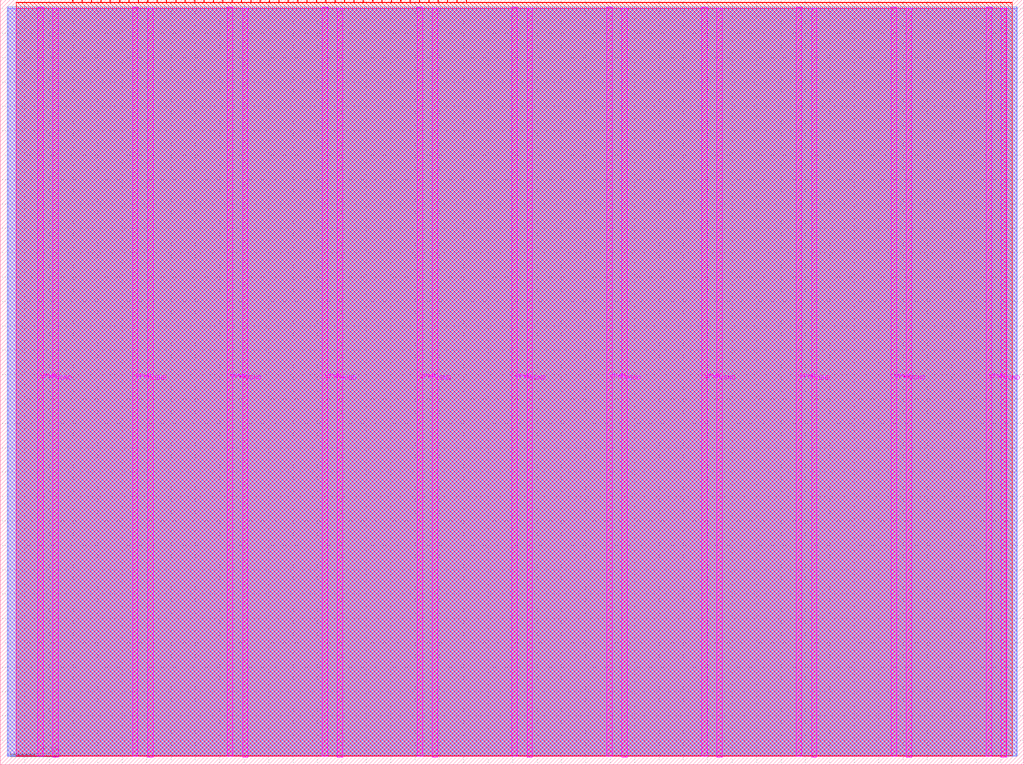
<source format=lef>
VERSION 5.7 ;
  NOWIREEXTENSIONATPIN ON ;
  DIVIDERCHAR "/" ;
  BUSBITCHARS "[]" ;
MACRO tt_um_herald
  CLASS BLOCK ;
  FOREIGN tt_um_herald ;
  ORIGIN 0.000 0.000 ;
  SIZE 419.520 BY 313.740 ;
  PIN VGND
    DIRECTION INOUT ;
    USE GROUND ;
    PORT
      LAYER TopMetal1 ;
        RECT 21.580 3.150 23.780 310.180 ;
    END
    PORT
      LAYER TopMetal1 ;
        RECT 60.450 3.150 62.650 310.180 ;
    END
    PORT
      LAYER TopMetal1 ;
        RECT 99.320 3.150 101.520 310.180 ;
    END
    PORT
      LAYER TopMetal1 ;
        RECT 138.190 3.150 140.390 310.180 ;
    END
    PORT
      LAYER TopMetal1 ;
        RECT 177.060 3.150 179.260 310.180 ;
    END
    PORT
      LAYER TopMetal1 ;
        RECT 215.930 3.150 218.130 310.180 ;
    END
    PORT
      LAYER TopMetal1 ;
        RECT 254.800 3.150 257.000 310.180 ;
    END
    PORT
      LAYER TopMetal1 ;
        RECT 293.670 3.150 295.870 310.180 ;
    END
    PORT
      LAYER TopMetal1 ;
        RECT 332.540 3.150 334.740 310.180 ;
    END
    PORT
      LAYER TopMetal1 ;
        RECT 371.410 3.150 373.610 310.180 ;
    END
    PORT
      LAYER TopMetal1 ;
        RECT 410.280 3.150 412.480 310.180 ;
    END
  END VGND
  PIN VPWR
    DIRECTION INOUT ;
    USE POWER ;
    PORT
      LAYER TopMetal1 ;
        RECT 15.380 3.560 17.580 310.590 ;
    END
    PORT
      LAYER TopMetal1 ;
        RECT 54.250 3.560 56.450 310.590 ;
    END
    PORT
      LAYER TopMetal1 ;
        RECT 93.120 3.560 95.320 310.590 ;
    END
    PORT
      LAYER TopMetal1 ;
        RECT 131.990 3.560 134.190 310.590 ;
    END
    PORT
      LAYER TopMetal1 ;
        RECT 170.860 3.560 173.060 310.590 ;
    END
    PORT
      LAYER TopMetal1 ;
        RECT 209.730 3.560 211.930 310.590 ;
    END
    PORT
      LAYER TopMetal1 ;
        RECT 248.600 3.560 250.800 310.590 ;
    END
    PORT
      LAYER TopMetal1 ;
        RECT 287.470 3.560 289.670 310.590 ;
    END
    PORT
      LAYER TopMetal1 ;
        RECT 326.340 3.560 328.540 310.590 ;
    END
    PORT
      LAYER TopMetal1 ;
        RECT 365.210 3.560 367.410 310.590 ;
    END
    PORT
      LAYER TopMetal1 ;
        RECT 404.080 3.560 406.280 310.590 ;
    END
  END VPWR
  PIN clk
    DIRECTION INPUT ;
    USE SIGNAL ;
    ANTENNAGATEAREA 0.725400 ;
    PORT
      LAYER Metal4 ;
        RECT 187.050 312.740 187.350 313.740 ;
    END
  END clk
  PIN ena
    DIRECTION INPUT ;
    USE SIGNAL ;
    PORT
      LAYER Metal4 ;
        RECT 190.890 312.740 191.190 313.740 ;
    END
  END ena
  PIN rst_n
    DIRECTION INPUT ;
    USE SIGNAL ;
    ANTENNAGATEAREA 2.176200 ;
    PORT
      LAYER Metal4 ;
        RECT 183.210 312.740 183.510 313.740 ;
    END
  END rst_n
  PIN ui_in[0]
    DIRECTION INPUT ;
    USE SIGNAL ;
    ANTENNAGATEAREA 0.213200 ;
    PORT
      LAYER Metal4 ;
        RECT 179.370 312.740 179.670 313.740 ;
    END
  END ui_in[0]
  PIN ui_in[1]
    DIRECTION INPUT ;
    USE SIGNAL ;
    ANTENNAGATEAREA 0.213200 ;
    PORT
      LAYER Metal4 ;
        RECT 175.530 312.740 175.830 313.740 ;
    END
  END ui_in[1]
  PIN ui_in[2]
    DIRECTION INPUT ;
    USE SIGNAL ;
    ANTENNAGATEAREA 0.213200 ;
    PORT
      LAYER Metal4 ;
        RECT 171.690 312.740 171.990 313.740 ;
    END
  END ui_in[2]
  PIN ui_in[3]
    DIRECTION INPUT ;
    USE SIGNAL ;
    ANTENNAGATEAREA 0.213200 ;
    PORT
      LAYER Metal4 ;
        RECT 167.850 312.740 168.150 313.740 ;
    END
  END ui_in[3]
  PIN ui_in[4]
    DIRECTION INPUT ;
    USE SIGNAL ;
    ANTENNAGATEAREA 0.213200 ;
    PORT
      LAYER Metal4 ;
        RECT 164.010 312.740 164.310 313.740 ;
    END
  END ui_in[4]
  PIN ui_in[5]
    DIRECTION INPUT ;
    USE SIGNAL ;
    ANTENNAGATEAREA 0.213200 ;
    PORT
      LAYER Metal4 ;
        RECT 160.170 312.740 160.470 313.740 ;
    END
  END ui_in[5]
  PIN ui_in[6]
    DIRECTION INPUT ;
    USE SIGNAL ;
    ANTENNAGATEAREA 0.213200 ;
    PORT
      LAYER Metal4 ;
        RECT 156.330 312.740 156.630 313.740 ;
    END
  END ui_in[6]
  PIN ui_in[7]
    DIRECTION INPUT ;
    USE SIGNAL ;
    ANTENNAGATEAREA 0.213200 ;
    PORT
      LAYER Metal4 ;
        RECT 152.490 312.740 152.790 313.740 ;
    END
  END ui_in[7]
  PIN uio_in[0]
    DIRECTION INPUT ;
    USE SIGNAL ;
    ANTENNAGATEAREA 0.180700 ;
    PORT
      LAYER Metal4 ;
        RECT 148.650 312.740 148.950 313.740 ;
    END
  END uio_in[0]
  PIN uio_in[1]
    DIRECTION INPUT ;
    USE SIGNAL ;
    ANTENNAGATEAREA 0.180700 ;
    PORT
      LAYER Metal4 ;
        RECT 144.810 312.740 145.110 313.740 ;
    END
  END uio_in[1]
  PIN uio_in[2]
    DIRECTION INPUT ;
    USE SIGNAL ;
    PORT
      LAYER Metal4 ;
        RECT 140.970 312.740 141.270 313.740 ;
    END
  END uio_in[2]
  PIN uio_in[3]
    DIRECTION INPUT ;
    USE SIGNAL ;
    PORT
      LAYER Metal4 ;
        RECT 137.130 312.740 137.430 313.740 ;
    END
  END uio_in[3]
  PIN uio_in[4]
    DIRECTION INPUT ;
    USE SIGNAL ;
    PORT
      LAYER Metal4 ;
        RECT 133.290 312.740 133.590 313.740 ;
    END
  END uio_in[4]
  PIN uio_in[5]
    DIRECTION INPUT ;
    USE SIGNAL ;
    PORT
      LAYER Metal4 ;
        RECT 129.450 312.740 129.750 313.740 ;
    END
  END uio_in[5]
  PIN uio_in[6]
    DIRECTION INPUT ;
    USE SIGNAL ;
    PORT
      LAYER Metal4 ;
        RECT 125.610 312.740 125.910 313.740 ;
    END
  END uio_in[6]
  PIN uio_in[7]
    DIRECTION INPUT ;
    USE SIGNAL ;
    PORT
      LAYER Metal4 ;
        RECT 121.770 312.740 122.070 313.740 ;
    END
  END uio_in[7]
  PIN uio_oe[0]
    DIRECTION OUTPUT ;
    USE SIGNAL ;
    ANTENNADIFFAREA 0.299200 ;
    PORT
      LAYER Metal4 ;
        RECT 56.490 312.740 56.790 313.740 ;
    END
  END uio_oe[0]
  PIN uio_oe[1]
    DIRECTION OUTPUT ;
    USE SIGNAL ;
    ANTENNADIFFAREA 0.299200 ;
    PORT
      LAYER Metal4 ;
        RECT 52.650 312.740 52.950 313.740 ;
    END
  END uio_oe[1]
  PIN uio_oe[2]
    DIRECTION OUTPUT ;
    USE SIGNAL ;
    ANTENNADIFFAREA 0.299200 ;
    PORT
      LAYER Metal4 ;
        RECT 48.810 312.740 49.110 313.740 ;
    END
  END uio_oe[2]
  PIN uio_oe[3]
    DIRECTION OUTPUT ;
    USE SIGNAL ;
    ANTENNADIFFAREA 0.299200 ;
    PORT
      LAYER Metal4 ;
        RECT 44.970 312.740 45.270 313.740 ;
    END
  END uio_oe[3]
  PIN uio_oe[4]
    DIRECTION OUTPUT ;
    USE SIGNAL ;
    ANTENNADIFFAREA 0.299200 ;
    PORT
      LAYER Metal4 ;
        RECT 41.130 312.740 41.430 313.740 ;
    END
  END uio_oe[4]
  PIN uio_oe[5]
    DIRECTION OUTPUT ;
    USE SIGNAL ;
    ANTENNADIFFAREA 0.299200 ;
    PORT
      LAYER Metal4 ;
        RECT 37.290 312.740 37.590 313.740 ;
    END
  END uio_oe[5]
  PIN uio_oe[6]
    DIRECTION OUTPUT ;
    USE SIGNAL ;
    ANTENNADIFFAREA 0.299200 ;
    PORT
      LAYER Metal4 ;
        RECT 33.450 312.740 33.750 313.740 ;
    END
  END uio_oe[6]
  PIN uio_oe[7]
    DIRECTION OUTPUT ;
    USE SIGNAL ;
    ANTENNADIFFAREA 0.299200 ;
    PORT
      LAYER Metal4 ;
        RECT 29.610 312.740 29.910 313.740 ;
    END
  END uio_oe[7]
  PIN uio_out[0]
    DIRECTION OUTPUT ;
    USE SIGNAL ;
    ANTENNADIFFAREA 0.299200 ;
    PORT
      LAYER Metal4 ;
        RECT 87.210 312.740 87.510 313.740 ;
    END
  END uio_out[0]
  PIN uio_out[1]
    DIRECTION OUTPUT ;
    USE SIGNAL ;
    ANTENNADIFFAREA 0.299200 ;
    PORT
      LAYER Metal4 ;
        RECT 83.370 312.740 83.670 313.740 ;
    END
  END uio_out[1]
  PIN uio_out[2]
    DIRECTION OUTPUT ;
    USE SIGNAL ;
    ANTENNADIFFAREA 0.299200 ;
    PORT
      LAYER Metal4 ;
        RECT 79.530 312.740 79.830 313.740 ;
    END
  END uio_out[2]
  PIN uio_out[3]
    DIRECTION OUTPUT ;
    USE SIGNAL ;
    ANTENNADIFFAREA 0.299200 ;
    PORT
      LAYER Metal4 ;
        RECT 75.690 312.740 75.990 313.740 ;
    END
  END uio_out[3]
  PIN uio_out[4]
    DIRECTION OUTPUT ;
    USE SIGNAL ;
    ANTENNADIFFAREA 0.299200 ;
    PORT
      LAYER Metal4 ;
        RECT 71.850 312.740 72.150 313.740 ;
    END
  END uio_out[4]
  PIN uio_out[5]
    DIRECTION OUTPUT ;
    USE SIGNAL ;
    ANTENNADIFFAREA 0.299200 ;
    PORT
      LAYER Metal4 ;
        RECT 68.010 312.740 68.310 313.740 ;
    END
  END uio_out[5]
  PIN uio_out[6]
    DIRECTION OUTPUT ;
    USE SIGNAL ;
    ANTENNADIFFAREA 0.299200 ;
    PORT
      LAYER Metal4 ;
        RECT 64.170 312.740 64.470 313.740 ;
    END
  END uio_out[6]
  PIN uio_out[7]
    DIRECTION OUTPUT ;
    USE SIGNAL ;
    ANTENNADIFFAREA 0.299200 ;
    PORT
      LAYER Metal4 ;
        RECT 60.330 312.740 60.630 313.740 ;
    END
  END uio_out[7]
  PIN uo_out[0]
    DIRECTION OUTPUT ;
    USE SIGNAL ;
    ANTENNAGATEAREA 0.109200 ;
    ANTENNADIFFAREA 0.632400 ;
    PORT
      LAYER Metal4 ;
        RECT 117.930 312.740 118.230 313.740 ;
    END
  END uo_out[0]
  PIN uo_out[1]
    DIRECTION OUTPUT ;
    USE SIGNAL ;
    ANTENNAGATEAREA 0.109200 ;
    ANTENNADIFFAREA 0.632400 ;
    PORT
      LAYER Metal4 ;
        RECT 114.090 312.740 114.390 313.740 ;
    END
  END uo_out[1]
  PIN uo_out[2]
    DIRECTION OUTPUT ;
    USE SIGNAL ;
    ANTENNAGATEAREA 0.109200 ;
    ANTENNADIFFAREA 0.632400 ;
    PORT
      LAYER Metal4 ;
        RECT 110.250 312.740 110.550 313.740 ;
    END
  END uo_out[2]
  PIN uo_out[3]
    DIRECTION OUTPUT ;
    USE SIGNAL ;
    ANTENNAGATEAREA 0.109200 ;
    ANTENNADIFFAREA 0.632400 ;
    PORT
      LAYER Metal4 ;
        RECT 106.410 312.740 106.710 313.740 ;
    END
  END uo_out[3]
  PIN uo_out[4]
    DIRECTION OUTPUT ;
    USE SIGNAL ;
    ANTENNAGATEAREA 0.109200 ;
    ANTENNADIFFAREA 0.632400 ;
    PORT
      LAYER Metal4 ;
        RECT 102.570 312.740 102.870 313.740 ;
    END
  END uo_out[4]
  PIN uo_out[5]
    DIRECTION OUTPUT ;
    USE SIGNAL ;
    ANTENNAGATEAREA 0.109200 ;
    ANTENNADIFFAREA 0.632400 ;
    PORT
      LAYER Metal4 ;
        RECT 98.730 312.740 99.030 313.740 ;
    END
  END uo_out[5]
  PIN uo_out[6]
    DIRECTION OUTPUT ;
    USE SIGNAL ;
    ANTENNAGATEAREA 0.109200 ;
    ANTENNADIFFAREA 0.632400 ;
    PORT
      LAYER Metal4 ;
        RECT 94.890 312.740 95.190 313.740 ;
    END
  END uo_out[6]
  PIN uo_out[7]
    DIRECTION OUTPUT ;
    USE SIGNAL ;
    ANTENNAGATEAREA 0.109200 ;
    ANTENNADIFFAREA 0.632400 ;
    PORT
      LAYER Metal4 ;
        RECT 91.050 312.740 91.350 313.740 ;
    END
  END uo_out[7]
  OBS
      LAYER GatPoly ;
        RECT 2.880 3.630 416.640 310.110 ;
      LAYER Metal1 ;
        RECT 2.880 3.560 416.640 310.180 ;
      LAYER Metal2 ;
        RECT 2.780 3.635 416.745 310.945 ;
      LAYER Metal3 ;
        RECT 3.215 3.680 416.785 310.905 ;
      LAYER Metal4 ;
        RECT 6.615 312.530 29.400 312.740 ;
        RECT 30.120 312.530 33.240 312.740 ;
        RECT 33.960 312.530 37.080 312.740 ;
        RECT 37.800 312.530 40.920 312.740 ;
        RECT 41.640 312.530 44.760 312.740 ;
        RECT 45.480 312.530 48.600 312.740 ;
        RECT 49.320 312.530 52.440 312.740 ;
        RECT 53.160 312.530 56.280 312.740 ;
        RECT 57.000 312.530 60.120 312.740 ;
        RECT 60.840 312.530 63.960 312.740 ;
        RECT 64.680 312.530 67.800 312.740 ;
        RECT 68.520 312.530 71.640 312.740 ;
        RECT 72.360 312.530 75.480 312.740 ;
        RECT 76.200 312.530 79.320 312.740 ;
        RECT 80.040 312.530 83.160 312.740 ;
        RECT 83.880 312.530 87.000 312.740 ;
        RECT 87.720 312.530 90.840 312.740 ;
        RECT 91.560 312.530 94.680 312.740 ;
        RECT 95.400 312.530 98.520 312.740 ;
        RECT 99.240 312.530 102.360 312.740 ;
        RECT 103.080 312.530 106.200 312.740 ;
        RECT 106.920 312.530 110.040 312.740 ;
        RECT 110.760 312.530 113.880 312.740 ;
        RECT 114.600 312.530 117.720 312.740 ;
        RECT 118.440 312.530 121.560 312.740 ;
        RECT 122.280 312.530 125.400 312.740 ;
        RECT 126.120 312.530 129.240 312.740 ;
        RECT 129.960 312.530 133.080 312.740 ;
        RECT 133.800 312.530 136.920 312.740 ;
        RECT 137.640 312.530 140.760 312.740 ;
        RECT 141.480 312.530 144.600 312.740 ;
        RECT 145.320 312.530 148.440 312.740 ;
        RECT 149.160 312.530 152.280 312.740 ;
        RECT 153.000 312.530 156.120 312.740 ;
        RECT 156.840 312.530 159.960 312.740 ;
        RECT 160.680 312.530 163.800 312.740 ;
        RECT 164.520 312.530 167.640 312.740 ;
        RECT 168.360 312.530 171.480 312.740 ;
        RECT 172.200 312.530 175.320 312.740 ;
        RECT 176.040 312.530 179.160 312.740 ;
        RECT 179.880 312.530 183.000 312.740 ;
        RECT 183.720 312.530 186.840 312.740 ;
        RECT 187.560 312.530 190.680 312.740 ;
        RECT 191.400 312.530 414.820 312.740 ;
        RECT 6.615 3.635 414.820 312.530 ;
      LAYER Metal5 ;
        RECT 6.575 3.470 412.345 310.270 ;
  END
END tt_um_herald
END LIBRARY


</source>
